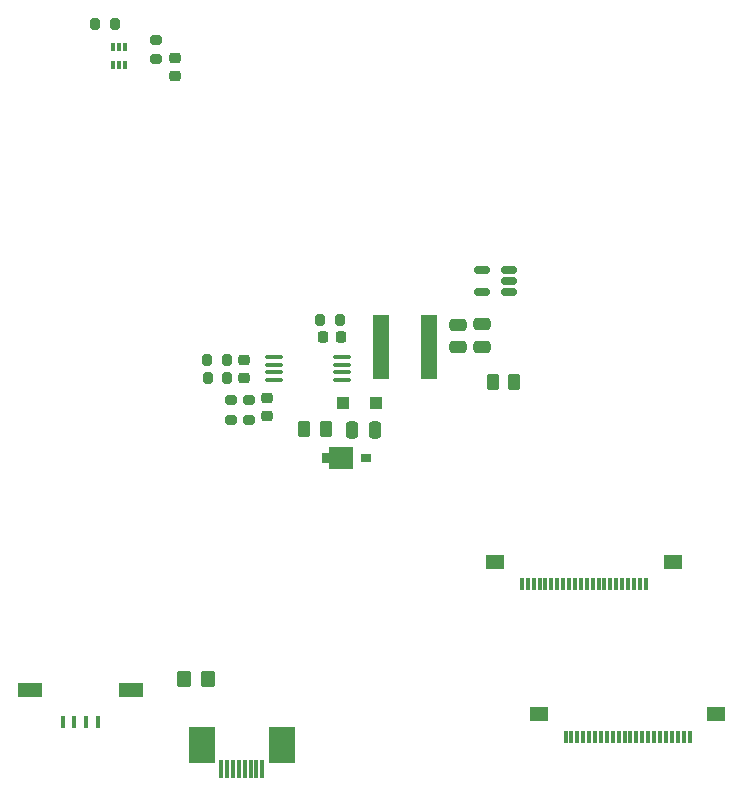
<source format=gbp>
G04 #@! TF.GenerationSoftware,KiCad,Pcbnew,8.0.2*
G04 #@! TF.CreationDate,2024-08-20T08:25:12+02:00*
G04 #@! TF.ProjectId,STS1_SIDEPANEL,53545331-5f53-4494-9445-50414e454c2e,rev?*
G04 #@! TF.SameCoordinates,Original*
G04 #@! TF.FileFunction,Paste,Bot*
G04 #@! TF.FilePolarity,Positive*
%FSLAX46Y46*%
G04 Gerber Fmt 4.6, Leading zero omitted, Abs format (unit mm)*
G04 Created by KiCad (PCBNEW 8.0.2) date 2024-08-20 08:25:12*
%MOMM*%
%LPD*%
G01*
G04 APERTURE LIST*
G04 Aperture macros list*
%AMRoundRect*
0 Rectangle with rounded corners*
0 $1 Rounding radius*
0 $2 $3 $4 $5 $6 $7 $8 $9 X,Y pos of 4 corners*
0 Add a 4 corners polygon primitive as box body*
4,1,4,$2,$3,$4,$5,$6,$7,$8,$9,$2,$3,0*
0 Add four circle primitives for the rounded corners*
1,1,$1+$1,$2,$3*
1,1,$1+$1,$4,$5*
1,1,$1+$1,$6,$7*
1,1,$1+$1,$8,$9*
0 Add four rect primitives between the rounded corners*
20,1,$1+$1,$2,$3,$4,$5,0*
20,1,$1+$1,$4,$5,$6,$7,0*
20,1,$1+$1,$6,$7,$8,$9,0*
20,1,$1+$1,$8,$9,$2,$3,0*%
G04 Aperture macros list end*
%ADD10RoundRect,0.225000X-0.250000X0.225000X-0.250000X-0.225000X0.250000X-0.225000X0.250000X0.225000X0*%
%ADD11RoundRect,0.085000X-0.085000X0.265000X-0.085000X-0.265000X0.085000X-0.265000X0.085000X0.265000X0*%
%ADD12RoundRect,0.225000X-0.225000X-0.250000X0.225000X-0.250000X0.225000X0.250000X-0.225000X0.250000X0*%
%ADD13RoundRect,0.100000X0.637500X0.100000X-0.637500X0.100000X-0.637500X-0.100000X0.637500X-0.100000X0*%
%ADD14RoundRect,0.200000X0.275000X-0.200000X0.275000X0.200000X-0.275000X0.200000X-0.275000X-0.200000X0*%
%ADD15R,0.650000X0.950000*%
%ADD16R,2.000000X1.950000*%
%ADD17R,0.850000X0.650000*%
%ADD18RoundRect,0.225000X0.250000X-0.225000X0.250000X0.225000X-0.250000X0.225000X-0.250000X-0.225000X0*%
%ADD19RoundRect,0.250000X-0.262500X-0.450000X0.262500X-0.450000X0.262500X0.450000X-0.262500X0.450000X0*%
%ADD20RoundRect,0.200000X-0.275000X0.200000X-0.275000X-0.200000X0.275000X-0.200000X0.275000X0.200000X0*%
%ADD21RoundRect,0.200000X-0.200000X-0.275000X0.200000X-0.275000X0.200000X0.275000X-0.200000X0.275000X0*%
%ADD22R,1.430000X5.500000*%
%ADD23RoundRect,0.250000X0.262500X0.450000X-0.262500X0.450000X-0.262500X-0.450000X0.262500X-0.450000X0*%
%ADD24R,0.300000X1.600000*%
%ADD25R,2.240000X3.120000*%
%ADD26R,0.300000X1.000000*%
%ADD27R,1.650000X1.300000*%
%ADD28R,0.400000X1.000000*%
%ADD29R,2.000000X1.300000*%
%ADD30RoundRect,0.250000X0.475000X-0.250000X0.475000X0.250000X-0.475000X0.250000X-0.475000X-0.250000X0*%
%ADD31RoundRect,0.250000X0.350000X0.450000X-0.350000X0.450000X-0.350000X-0.450000X0.350000X-0.450000X0*%
%ADD32RoundRect,0.150000X0.512500X0.150000X-0.512500X0.150000X-0.512500X-0.150000X0.512500X-0.150000X0*%
%ADD33RoundRect,0.250000X-0.250000X-0.475000X0.250000X-0.475000X0.250000X0.475000X-0.250000X0.475000X0*%
%ADD34RoundRect,0.250000X-0.300000X-0.300000X0.300000X-0.300000X0.300000X0.300000X-0.300000X0.300000X0*%
%ADD35RoundRect,0.200000X0.200000X0.275000X-0.200000X0.275000X-0.200000X-0.275000X0.200000X-0.275000X0*%
G04 APERTURE END LIST*
D10*
X105025000Y-69850000D03*
X105025000Y-71400000D03*
D11*
X99775000Y-68925000D03*
X100275000Y-68925000D03*
X100775000Y-68925000D03*
X100775000Y-70425000D03*
X100275000Y-70425000D03*
X99775000Y-70425000D03*
D12*
X117525200Y-93510800D03*
X119075200Y-93510800D03*
D13*
X119156100Y-95152000D03*
X119156100Y-95802000D03*
X119156100Y-96452000D03*
X119156100Y-97102000D03*
X113431100Y-97102000D03*
X113431100Y-96452000D03*
X113431100Y-95802000D03*
X113431100Y-95152000D03*
D14*
X111284000Y-100485000D03*
X111284000Y-98835000D03*
D15*
X117780000Y-103740000D03*
D16*
X119105000Y-103740000D03*
D17*
X121160000Y-103740000D03*
D18*
X110885000Y-96980000D03*
X110885000Y-95430000D03*
D19*
X115975000Y-101280000D03*
X117800000Y-101280000D03*
D20*
X109760000Y-98835000D03*
X109760000Y-100485000D03*
D21*
X107780000Y-96955000D03*
X109430000Y-96955000D03*
D22*
X126547500Y-94350000D03*
X122507500Y-94350000D03*
D14*
X103450000Y-69975000D03*
X103450000Y-68325000D03*
D23*
X133762500Y-97250000D03*
X131937500Y-97250000D03*
D24*
X108920000Y-130010000D03*
X109420000Y-130010000D03*
X109920000Y-130010000D03*
X110420000Y-130010000D03*
X110920000Y-130010000D03*
X111420000Y-130010000D03*
X111920000Y-130010000D03*
X112420000Y-130010000D03*
D25*
X107273000Y-128030000D03*
X114067000Y-128030000D03*
D10*
X112808000Y-98644000D03*
X112808000Y-100194000D03*
D21*
X98275000Y-66975000D03*
X99925000Y-66975000D03*
D26*
X138090000Y-127300000D03*
X138590000Y-127300000D03*
X139090000Y-127300000D03*
X139590000Y-127300000D03*
X140090000Y-127300000D03*
X140590000Y-127300000D03*
X141090000Y-127300000D03*
X141590000Y-127300000D03*
X142090000Y-127300000D03*
X142590000Y-127300000D03*
X143090000Y-127300000D03*
X143590000Y-127300000D03*
X144090000Y-127300000D03*
X144590000Y-127300000D03*
X145090000Y-127300000D03*
X145590000Y-127300000D03*
X146090000Y-127300000D03*
X146590000Y-127300000D03*
X147090000Y-127300000D03*
X147590000Y-127300000D03*
X148090000Y-127300000D03*
X148590000Y-127300000D03*
D27*
X135815000Y-125400000D03*
X150865000Y-125400000D03*
D28*
X95510000Y-126030000D03*
X96510000Y-126030000D03*
X97510000Y-126030000D03*
X98510000Y-126030000D03*
D29*
X92710000Y-123330000D03*
X101310000Y-123330000D03*
D30*
X128990000Y-94320000D03*
X128990000Y-92420000D03*
D31*
X107825000Y-122450000D03*
X105825000Y-122450000D03*
D32*
X133287500Y-87800000D03*
X133287500Y-88750000D03*
X133287500Y-89700000D03*
X131012500Y-89700000D03*
X131012500Y-87800000D03*
D26*
X134390000Y-114400000D03*
X134890000Y-114400000D03*
X135390000Y-114400000D03*
X135890000Y-114400000D03*
X136390000Y-114400000D03*
X136890000Y-114400000D03*
X137390000Y-114400000D03*
X137890000Y-114400000D03*
X138390000Y-114400000D03*
X138890000Y-114400000D03*
X139390000Y-114400000D03*
X139890000Y-114400000D03*
X140390000Y-114400000D03*
X140890000Y-114400000D03*
X141390000Y-114400000D03*
X141890000Y-114400000D03*
X142390000Y-114400000D03*
X142890000Y-114400000D03*
X143390000Y-114400000D03*
X143890000Y-114400000D03*
X144390000Y-114400000D03*
X144890000Y-114400000D03*
D27*
X132115000Y-112500000D03*
X147165000Y-112500000D03*
D33*
X120050000Y-101320000D03*
X121950000Y-101320000D03*
D30*
X131050000Y-94310000D03*
X131050000Y-92410000D03*
D21*
X107775000Y-95415000D03*
X109425000Y-95415000D03*
D34*
X119275000Y-99100000D03*
X122075000Y-99100000D03*
D35*
X118967000Y-92040000D03*
X117317000Y-92040000D03*
M02*

</source>
